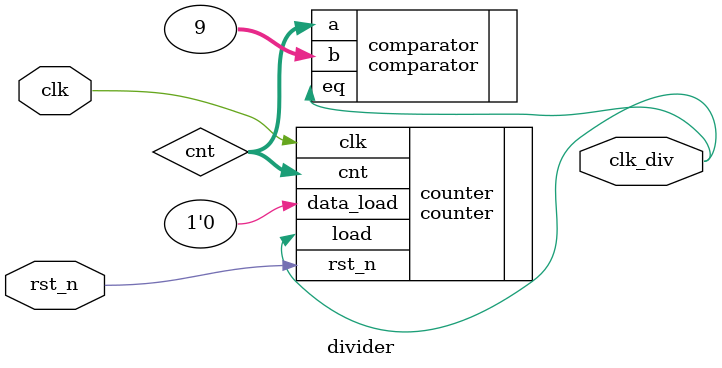
<source format=v>
module divider #(
    parameter N = 10,
    parameter WIDTH = $clog2(N)
) (
    input clk,
    input rst_n,
    output clk_div
);
    wire [WIDTH - 1 : 0] cnt;

    counter #(.WIDTH (WIDTH)) counter (
        .clk (clk),
        .rst_n (rst_n),
        .data_load (1'b0),
        .load (clk_div),
        .cnt (cnt)
    );

    comparator #(.WIDTH (WIDTH)) comparator (
        .a (cnt),
        .b (N - 1),
        .eq (clk_div)
    );
endmodule

</source>
